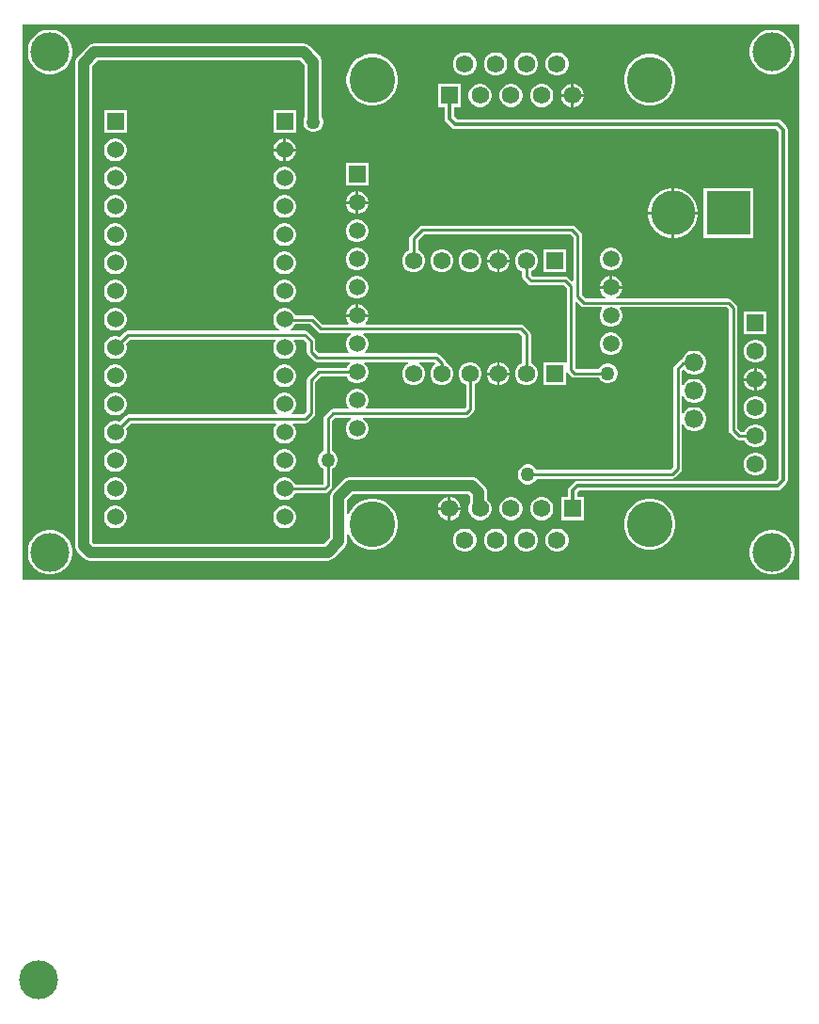
<source format=gbl>
G04*
G04 #@! TF.GenerationSoftware,Altium Limited,Altium Designer,22.8.2 (66)*
G04*
G04 Layer_Physical_Order=2*
G04 Layer_Color=16711680*
%FSLAX42Y42*%
%MOMM*%
G71*
G04*
G04 #@! TF.SameCoordinates,E2F3CAA6-EC45-4DAB-9F52-99892A173F59*
G04*
G04*
G04 #@! TF.FilePolarity,Positive*
G04*
G01*
G75*
%ADD13C,0.25*%
%ADD33C,0.35*%
%ADD34C,1.00*%
%ADD35R,1.56X1.56*%
%ADD36C,1.56*%
%ADD37C,1.51*%
%ADD38R,1.51X1.51*%
%ADD39C,4.00*%
%ADD40R,4.00X4.00*%
%ADD41C,4.12*%
%ADD42R,1.58X1.58*%
%ADD43C,1.58*%
%ADD44C,1.53*%
%ADD45R,1.53X1.53*%
%ADD46C,3.50*%
%ADD47R,1.56X1.56*%
%ADD48C,1.68*%
%ADD49C,1.27*%
G36*
X7000D02*
X0D01*
Y5000D01*
X7000D01*
Y0D01*
D02*
G37*
%LPC*%
G36*
X6770Y4950D02*
X6730D01*
X6692Y4943D01*
X6655Y4928D01*
X6622Y4906D01*
X6594Y4878D01*
X6572Y4845D01*
X6557Y4808D01*
X6550Y4770D01*
Y4730D01*
X6557Y4692D01*
X6572Y4655D01*
X6594Y4622D01*
X6622Y4594D01*
X6655Y4572D01*
X6692Y4557D01*
X6730Y4550D01*
X6770D01*
X6808Y4557D01*
X6845Y4572D01*
X6878Y4594D01*
X6906Y4622D01*
X6928Y4655D01*
X6943Y4692D01*
X6950Y4730D01*
Y4770D01*
X6943Y4808D01*
X6928Y4845D01*
X6906Y4878D01*
X6878Y4906D01*
X6845Y4928D01*
X6808Y4943D01*
X6770Y4950D01*
D02*
G37*
G36*
X270D02*
X230D01*
X192Y4943D01*
X155Y4928D01*
X122Y4906D01*
X94Y4878D01*
X72Y4845D01*
X57Y4808D01*
X50Y4770D01*
Y4730D01*
X57Y4692D01*
X72Y4655D01*
X94Y4622D01*
X122Y4594D01*
X155Y4572D01*
X192Y4557D01*
X230Y4550D01*
X270D01*
X308Y4557D01*
X345Y4572D01*
X378Y4594D01*
X406Y4622D01*
X428Y4655D01*
X443Y4692D01*
X450Y4730D01*
Y4770D01*
X443Y4808D01*
X428Y4845D01*
X406Y4878D01*
X378Y4906D01*
X345Y4928D01*
X308Y4943D01*
X270Y4950D01*
D02*
G37*
G36*
X4829Y4746D02*
X4802D01*
X4775Y4739D01*
X4752Y4725D01*
X4732Y4706D01*
X4718Y4682D01*
X4711Y4656D01*
Y4628D01*
X4718Y4602D01*
X4732Y4578D01*
X4752Y4559D01*
X4775Y4545D01*
X4802Y4538D01*
X4829D01*
X4856Y4545D01*
X4879Y4559D01*
X4899Y4578D01*
X4913Y4602D01*
X4920Y4628D01*
Y4656D01*
X4913Y4682D01*
X4899Y4706D01*
X4879Y4725D01*
X4856Y4739D01*
X4829Y4746D01*
D02*
G37*
G36*
X4552D02*
X4525D01*
X4498Y4739D01*
X4475Y4725D01*
X4455Y4706D01*
X4441Y4682D01*
X4434Y4656D01*
Y4628D01*
X4441Y4602D01*
X4455Y4578D01*
X4475Y4559D01*
X4498Y4545D01*
X4525Y4538D01*
X4552D01*
X4579Y4545D01*
X4602Y4559D01*
X4622Y4578D01*
X4636Y4602D01*
X4643Y4628D01*
Y4656D01*
X4636Y4682D01*
X4622Y4706D01*
X4602Y4725D01*
X4579Y4739D01*
X4552Y4746D01*
D02*
G37*
G36*
X4275D02*
X4248D01*
X4221Y4739D01*
X4198Y4725D01*
X4178Y4706D01*
X4164Y4682D01*
X4157Y4656D01*
Y4628D01*
X4164Y4602D01*
X4178Y4578D01*
X4198Y4559D01*
X4221Y4545D01*
X4248Y4538D01*
X4275D01*
X4302Y4545D01*
X4325Y4559D01*
X4345Y4578D01*
X4359Y4602D01*
X4366Y4628D01*
Y4656D01*
X4359Y4682D01*
X4345Y4706D01*
X4325Y4725D01*
X4302Y4739D01*
X4275Y4746D01*
D02*
G37*
G36*
X3998D02*
X3971D01*
X3944Y4739D01*
X3921Y4725D01*
X3901Y4706D01*
X3887Y4682D01*
X3880Y4656D01*
Y4628D01*
X3887Y4602D01*
X3901Y4578D01*
X3921Y4559D01*
X3944Y4545D01*
X3971Y4538D01*
X3998D01*
X4025Y4545D01*
X4048Y4559D01*
X4068Y4578D01*
X4082Y4602D01*
X4089Y4628D01*
Y4656D01*
X4082Y4682D01*
X4068Y4706D01*
X4048Y4725D01*
X4025Y4739D01*
X3998Y4746D01*
D02*
G37*
G36*
X4968Y4462D02*
X4967D01*
Y4371D01*
X5058D01*
Y4372D01*
X5051Y4398D01*
X5037Y4422D01*
X5018Y4441D01*
X4994Y4455D01*
X4968Y4462D01*
D02*
G37*
G36*
X4941D02*
X4940D01*
X4914Y4455D01*
X4890Y4441D01*
X4871Y4422D01*
X4857Y4398D01*
X4850Y4372D01*
Y4371D01*
X4941D01*
Y4462D01*
D02*
G37*
G36*
X5672Y4731D02*
X5627D01*
X5582Y4722D01*
X5540Y4705D01*
X5502Y4680D01*
X5470Y4647D01*
X5445Y4610D01*
X5427Y4567D01*
X5418Y4523D01*
Y4477D01*
X5427Y4433D01*
X5445Y4390D01*
X5470Y4353D01*
X5502Y4320D01*
X5540Y4295D01*
X5582Y4278D01*
X5627Y4269D01*
X5672D01*
X5717Y4278D01*
X5759Y4295D01*
X5797Y4320D01*
X5829Y4353D01*
X5854Y4390D01*
X5872Y4433D01*
X5881Y4477D01*
Y4523D01*
X5872Y4567D01*
X5854Y4610D01*
X5829Y4647D01*
X5797Y4680D01*
X5759Y4705D01*
X5717Y4722D01*
X5672Y4731D01*
D02*
G37*
G36*
X3173D02*
X3128D01*
X3083Y4722D01*
X3041Y4705D01*
X3003Y4680D01*
X2971Y4647D01*
X2946Y4610D01*
X2928Y4567D01*
X2919Y4523D01*
Y4477D01*
X2928Y4433D01*
X2946Y4390D01*
X2971Y4353D01*
X3003Y4320D01*
X3041Y4295D01*
X3083Y4278D01*
X3128Y4269D01*
X3173D01*
X3218Y4278D01*
X3260Y4295D01*
X3298Y4320D01*
X3330Y4353D01*
X3355Y4390D01*
X3373Y4433D01*
X3382Y4477D01*
Y4523D01*
X3373Y4567D01*
X3355Y4610D01*
X3330Y4647D01*
X3298Y4680D01*
X3260Y4705D01*
X3218Y4722D01*
X3173Y4731D01*
D02*
G37*
G36*
X5058Y4345D02*
X4967D01*
Y4254D01*
X4968D01*
X4994Y4261D01*
X5018Y4275D01*
X5037Y4294D01*
X5051Y4318D01*
X5058Y4344D01*
Y4345D01*
D02*
G37*
G36*
X4941D02*
X4850D01*
Y4344D01*
X4857Y4318D01*
X4871Y4294D01*
X4890Y4275D01*
X4914Y4261D01*
X4940Y4254D01*
X4941D01*
Y4345D01*
D02*
G37*
G36*
X4691Y4462D02*
X4663D01*
X4637Y4455D01*
X4613Y4441D01*
X4594Y4422D01*
X4580Y4398D01*
X4573Y4372D01*
Y4344D01*
X4580Y4318D01*
X4594Y4294D01*
X4613Y4275D01*
X4637Y4261D01*
X4663Y4254D01*
X4691D01*
X4717Y4261D01*
X4741Y4275D01*
X4760Y4294D01*
X4774Y4318D01*
X4781Y4344D01*
Y4372D01*
X4774Y4398D01*
X4760Y4422D01*
X4741Y4441D01*
X4717Y4455D01*
X4691Y4462D01*
D02*
G37*
G36*
X4414D02*
X4386D01*
X4360Y4455D01*
X4336Y4441D01*
X4317Y4422D01*
X4303Y4398D01*
X4296Y4372D01*
Y4344D01*
X4303Y4318D01*
X4317Y4294D01*
X4336Y4275D01*
X4360Y4261D01*
X4386Y4254D01*
X4414D01*
X4440Y4261D01*
X4464Y4275D01*
X4483Y4294D01*
X4497Y4318D01*
X4504Y4344D01*
Y4372D01*
X4497Y4398D01*
X4483Y4422D01*
X4464Y4441D01*
X4440Y4455D01*
X4414Y4462D01*
D02*
G37*
G36*
X4137D02*
X4109D01*
X4083Y4455D01*
X4059Y4441D01*
X4040Y4422D01*
X4026Y4398D01*
X4019Y4372D01*
Y4344D01*
X4026Y4318D01*
X4040Y4294D01*
X4059Y4275D01*
X4083Y4261D01*
X4109Y4254D01*
X4137D01*
X4163Y4261D01*
X4187Y4275D01*
X4206Y4294D01*
X4220Y4318D01*
X4227Y4344D01*
Y4372D01*
X4220Y4398D01*
X4206Y4422D01*
X4187Y4441D01*
X4163Y4455D01*
X4137Y4462D01*
D02*
G37*
G36*
X2530Y4826D02*
X650D01*
X630Y4823D01*
X620Y4819D01*
X612Y4816D01*
X596Y4804D01*
X496Y4704D01*
X484Y4688D01*
X477Y4670D01*
X474Y4650D01*
Y309D01*
X477Y289D01*
X484Y271D01*
X496Y255D01*
X555Y196D01*
X571Y184D01*
X578Y181D01*
X589Y177D01*
X609Y174D01*
X2750D01*
X2770Y177D01*
X2788Y184D01*
X2804Y196D01*
X2904Y296D01*
X2916Y312D01*
X2923Y330D01*
X2926Y350D01*
Y405D01*
X2939Y407D01*
X2946Y390D01*
X2971Y353D01*
X3003Y320D01*
X3041Y295D01*
X3083Y278D01*
X3128Y269D01*
X3173D01*
X3218Y278D01*
X3260Y295D01*
X3298Y320D01*
X3330Y353D01*
X3355Y390D01*
X3373Y433D01*
X3382Y477D01*
Y523D01*
X3373Y567D01*
X3355Y610D01*
X3330Y647D01*
X3298Y680D01*
X3260Y705D01*
X3218Y722D01*
X3173Y731D01*
X3128D01*
X3083Y722D01*
X3041Y705D01*
X3003Y680D01*
X2971Y647D01*
X2946Y610D01*
X2939Y593D01*
X2926Y595D01*
Y718D01*
X2982Y774D01*
X4018D01*
X4036Y757D01*
Y700D01*
X4026Y682D01*
X4019Y656D01*
Y628D01*
X4026Y602D01*
X4040Y578D01*
X4059Y559D01*
X4083Y545D01*
X4109Y538D01*
X4137D01*
X4163Y545D01*
X4187Y559D01*
X4206Y578D01*
X4220Y602D01*
X4227Y628D01*
Y656D01*
X4220Y682D01*
X4206Y706D01*
X4188Y724D01*
Y788D01*
X4185Y808D01*
X4181Y818D01*
X4178Y826D01*
X4166Y842D01*
X4104Y904D01*
X4088Y916D01*
X4070Y923D01*
X4050Y926D01*
X2950D01*
X2930Y923D01*
X2920Y919D01*
X2912Y916D01*
X2896Y904D01*
X2796Y804D01*
X2784Y788D01*
X2777Y770D01*
X2774Y750D01*
Y382D01*
X2718Y326D01*
X640D01*
X626Y340D01*
Y4618D01*
X682Y4674D01*
X2498D01*
X2544Y4628D01*
Y4166D01*
X2537Y4154D01*
X2531Y4132D01*
Y4108D01*
X2537Y4086D01*
X2549Y4065D01*
X2565Y4049D01*
X2586Y4037D01*
X2608Y4031D01*
X2632D01*
X2654Y4037D01*
X2675Y4049D01*
X2691Y4065D01*
X2703Y4086D01*
X2709Y4108D01*
Y4132D01*
X2703Y4154D01*
X2696Y4166D01*
Y4660D01*
X2693Y4680D01*
X2689Y4690D01*
X2686Y4698D01*
X2674Y4714D01*
X2584Y4804D01*
X2568Y4816D01*
X2550Y4823D01*
X2530Y4826D01*
D02*
G37*
G36*
X2464Y4223D02*
X2260D01*
Y4020D01*
X2464D01*
Y4223D01*
D02*
G37*
G36*
X940D02*
X736D01*
Y4020D01*
X940D01*
Y4223D01*
D02*
G37*
G36*
X2375Y3969D02*
X2375D01*
Y3880D01*
X2464D01*
Y3881D01*
X2457Y3907D01*
X2444Y3930D01*
X2425Y3949D01*
X2401Y3962D01*
X2375Y3969D01*
D02*
G37*
G36*
X2349D02*
X2349D01*
X2323Y3962D01*
X2299Y3949D01*
X2280Y3930D01*
X2267Y3907D01*
X2260Y3881D01*
Y3880D01*
X2349D01*
Y3969D01*
D02*
G37*
G36*
X2464Y3855D02*
X2375D01*
Y3766D01*
X2375D01*
X2401Y3773D01*
X2425Y3786D01*
X2444Y3805D01*
X2457Y3828D01*
X2464Y3854D01*
Y3855D01*
D02*
G37*
G36*
X2349D02*
X2260D01*
Y3854D01*
X2267Y3828D01*
X2280Y3805D01*
X2299Y3786D01*
X2323Y3773D01*
X2349Y3766D01*
X2349D01*
Y3855D01*
D02*
G37*
G36*
X851Y3969D02*
X825D01*
X799Y3962D01*
X775Y3949D01*
X756Y3930D01*
X743Y3907D01*
X736Y3881D01*
Y3854D01*
X743Y3828D01*
X756Y3805D01*
X775Y3786D01*
X799Y3773D01*
X825Y3766D01*
X851D01*
X877Y3773D01*
X901Y3786D01*
X920Y3805D01*
X933Y3828D01*
X940Y3854D01*
Y3881D01*
X933Y3907D01*
X920Y3930D01*
X901Y3949D01*
X877Y3962D01*
X851Y3969D01*
D02*
G37*
G36*
X3115Y3749D02*
X2913D01*
Y3547D01*
X3115D01*
Y3749D01*
D02*
G37*
G36*
X2375Y3715D02*
X2349D01*
X2323Y3708D01*
X2299Y3695D01*
X2280Y3676D01*
X2267Y3653D01*
X2260Y3627D01*
Y3600D01*
X2267Y3574D01*
X2280Y3551D01*
X2299Y3532D01*
X2323Y3519D01*
X2349Y3512D01*
X2375D01*
X2401Y3519D01*
X2425Y3532D01*
X2444Y3551D01*
X2457Y3574D01*
X2464Y3600D01*
Y3627D01*
X2457Y3653D01*
X2444Y3676D01*
X2425Y3695D01*
X2401Y3708D01*
X2375Y3715D01*
D02*
G37*
G36*
X851D02*
X825D01*
X799Y3708D01*
X775Y3695D01*
X756Y3676D01*
X743Y3653D01*
X736Y3627D01*
Y3600D01*
X743Y3574D01*
X756Y3551D01*
X775Y3532D01*
X799Y3519D01*
X825Y3512D01*
X851D01*
X877Y3519D01*
X901Y3532D01*
X920Y3551D01*
X933Y3574D01*
X940Y3600D01*
Y3627D01*
X933Y3653D01*
X920Y3676D01*
X901Y3695D01*
X877Y3708D01*
X851Y3715D01*
D02*
G37*
G36*
X3027Y3495D02*
X3027D01*
Y3407D01*
X3115D01*
Y3407D01*
X3108Y3433D01*
X3095Y3456D01*
X3076Y3475D01*
X3053Y3488D01*
X3027Y3495D01*
D02*
G37*
G36*
X3001D02*
X3001D01*
X2975Y3488D01*
X2952Y3475D01*
X2933Y3456D01*
X2920Y3433D01*
X2913Y3407D01*
Y3407D01*
X3001D01*
Y3495D01*
D02*
G37*
G36*
X5882Y3525D02*
X5873D01*
Y3313D01*
X6085D01*
Y3322D01*
X6077Y3366D01*
X6060Y3407D01*
X6035Y3444D01*
X6004Y3475D01*
X5967Y3500D01*
X5926Y3517D01*
X5882Y3525D01*
D02*
G37*
G36*
X5847D02*
X5838D01*
X5794Y3517D01*
X5753Y3500D01*
X5716Y3475D01*
X5685Y3444D01*
X5660Y3407D01*
X5643Y3366D01*
X5635Y3322D01*
Y3313D01*
X5847D01*
Y3525D01*
D02*
G37*
G36*
X3115Y3381D02*
X3027D01*
Y3293D01*
X3027D01*
X3053Y3300D01*
X3076Y3313D01*
X3095Y3332D01*
X3108Y3355D01*
X3115Y3381D01*
Y3381D01*
D02*
G37*
G36*
X3001D02*
X2913D01*
Y3381D01*
X2920Y3355D01*
X2933Y3332D01*
X2952Y3313D01*
X2975Y3300D01*
X3001Y3293D01*
X3001D01*
Y3381D01*
D02*
G37*
G36*
X2375Y3461D02*
X2349D01*
X2323Y3454D01*
X2299Y3441D01*
X2280Y3422D01*
X2267Y3399D01*
X2260Y3373D01*
Y3346D01*
X2267Y3320D01*
X2280Y3297D01*
X2299Y3278D01*
X2323Y3265D01*
X2349Y3258D01*
X2375D01*
X2401Y3265D01*
X2425Y3278D01*
X2444Y3297D01*
X2457Y3320D01*
X2464Y3346D01*
Y3373D01*
X2457Y3399D01*
X2444Y3422D01*
X2425Y3441D01*
X2401Y3454D01*
X2375Y3461D01*
D02*
G37*
G36*
X851D02*
X825D01*
X799Y3454D01*
X775Y3441D01*
X756Y3422D01*
X743Y3399D01*
X736Y3373D01*
Y3346D01*
X743Y3320D01*
X756Y3297D01*
X775Y3278D01*
X799Y3265D01*
X825Y3258D01*
X851D01*
X877Y3265D01*
X901Y3278D01*
X920Y3297D01*
X933Y3320D01*
X940Y3346D01*
Y3373D01*
X933Y3399D01*
X920Y3422D01*
X901Y3441D01*
X877Y3454D01*
X851Y3461D01*
D02*
G37*
G36*
X6585Y3525D02*
X6135D01*
Y3075D01*
X6585D01*
Y3525D01*
D02*
G37*
G36*
X6085Y3287D02*
X5873D01*
Y3075D01*
X5882D01*
X5926Y3083D01*
X5967Y3100D01*
X6004Y3125D01*
X6035Y3156D01*
X6060Y3193D01*
X6077Y3234D01*
X6085Y3278D01*
Y3287D01*
D02*
G37*
G36*
X5847D02*
X5635D01*
Y3278D01*
X5643Y3234D01*
X5660Y3193D01*
X5685Y3156D01*
X5716Y3125D01*
X5753Y3100D01*
X5794Y3083D01*
X5838Y3075D01*
X5847D01*
Y3287D01*
D02*
G37*
G36*
X3027Y3241D02*
X3001D01*
X2975Y3234D01*
X2952Y3221D01*
X2933Y3202D01*
X2920Y3179D01*
X2913Y3153D01*
Y3127D01*
X2920Y3101D01*
X2933Y3078D01*
X2952Y3059D01*
X2975Y3046D01*
X3001Y3039D01*
X3027D01*
X3053Y3046D01*
X3076Y3059D01*
X3095Y3078D01*
X3108Y3101D01*
X3115Y3127D01*
Y3153D01*
X3108Y3179D01*
X3095Y3202D01*
X3076Y3221D01*
X3053Y3234D01*
X3027Y3241D01*
D02*
G37*
G36*
X2375Y3207D02*
X2349D01*
X2323Y3200D01*
X2299Y3187D01*
X2280Y3168D01*
X2267Y3145D01*
X2260Y3119D01*
Y3092D01*
X2267Y3066D01*
X2280Y3043D01*
X2299Y3024D01*
X2323Y3011D01*
X2349Y3004D01*
X2375D01*
X2401Y3011D01*
X2425Y3024D01*
X2444Y3043D01*
X2457Y3066D01*
X2464Y3092D01*
Y3119D01*
X2457Y3145D01*
X2444Y3168D01*
X2425Y3187D01*
X2401Y3200D01*
X2375Y3207D01*
D02*
G37*
G36*
X851D02*
X825D01*
X799Y3200D01*
X775Y3187D01*
X756Y3168D01*
X743Y3145D01*
X736Y3119D01*
Y3092D01*
X743Y3066D01*
X756Y3043D01*
X775Y3024D01*
X799Y3011D01*
X825Y3004D01*
X851D01*
X877Y3011D01*
X901Y3024D01*
X920Y3043D01*
X933Y3066D01*
X940Y3092D01*
Y3119D01*
X933Y3145D01*
X920Y3168D01*
X901Y3187D01*
X877Y3200D01*
X851Y3207D01*
D02*
G37*
G36*
X4300Y2975D02*
X4299D01*
Y2884D01*
X4390D01*
Y2885D01*
X4383Y2911D01*
X4369Y2935D01*
X4350Y2954D01*
X4327Y2968D01*
X4300Y2975D01*
D02*
G37*
G36*
X4274D02*
X4273D01*
X4247Y2968D01*
X4223Y2954D01*
X4204Y2935D01*
X4190Y2911D01*
X4183Y2885D01*
Y2884D01*
X4274D01*
Y2975D01*
D02*
G37*
G36*
X5313Y2987D02*
X5287D01*
X5261Y2980D01*
X5238Y2967D01*
X5219Y2948D01*
X5206Y2925D01*
X5199Y2899D01*
Y2873D01*
X5206Y2847D01*
X5219Y2824D01*
X5238Y2805D01*
X5261Y2792D01*
X5287Y2785D01*
X5313D01*
X5339Y2792D01*
X5362Y2805D01*
X5381Y2824D01*
X5394Y2847D01*
X5401Y2873D01*
Y2899D01*
X5394Y2925D01*
X5381Y2948D01*
X5362Y2967D01*
X5339Y2980D01*
X5313Y2987D01*
D02*
G37*
G36*
X3027D02*
X3001D01*
X2975Y2980D01*
X2952Y2967D01*
X2933Y2948D01*
X2920Y2925D01*
X2913Y2899D01*
Y2873D01*
X2920Y2847D01*
X2933Y2824D01*
X2952Y2805D01*
X2975Y2792D01*
X3001Y2785D01*
X3027D01*
X3053Y2792D01*
X3076Y2805D01*
X3095Y2824D01*
X3108Y2847D01*
X3115Y2873D01*
Y2899D01*
X3108Y2925D01*
X3095Y2948D01*
X3076Y2967D01*
X3053Y2980D01*
X3027Y2987D01*
D02*
G37*
G36*
X4898Y2975D02*
X4691D01*
Y2768D01*
X4898D01*
Y2975D01*
D02*
G37*
G36*
X4390Y2859D02*
X4299D01*
Y2768D01*
X4300D01*
X4327Y2775D01*
X4350Y2789D01*
X4369Y2808D01*
X4383Y2831D01*
X4390Y2858D01*
Y2859D01*
D02*
G37*
G36*
X4274D02*
X4183D01*
Y2858D01*
X4190Y2831D01*
X4204Y2808D01*
X4223Y2789D01*
X4247Y2775D01*
X4273Y2768D01*
X4274D01*
Y2859D01*
D02*
G37*
G36*
X4046Y2975D02*
X4019D01*
X3993Y2968D01*
X3969Y2954D01*
X3950Y2935D01*
X3936Y2911D01*
X3929Y2885D01*
Y2858D01*
X3936Y2831D01*
X3950Y2808D01*
X3969Y2789D01*
X3993Y2775D01*
X4019Y2768D01*
X4046D01*
X4073Y2775D01*
X4096Y2789D01*
X4115Y2808D01*
X4129Y2831D01*
X4136Y2858D01*
Y2885D01*
X4129Y2911D01*
X4115Y2935D01*
X4096Y2954D01*
X4073Y2968D01*
X4046Y2975D01*
D02*
G37*
G36*
X3792D02*
X3765D01*
X3739Y2968D01*
X3715Y2954D01*
X3696Y2935D01*
X3682Y2911D01*
X3675Y2885D01*
Y2858D01*
X3682Y2831D01*
X3696Y2808D01*
X3715Y2789D01*
X3739Y2775D01*
X3765Y2768D01*
X3792D01*
X3819Y2775D01*
X3842Y2789D01*
X3861Y2808D01*
X3875Y2831D01*
X3882Y2858D01*
Y2885D01*
X3875Y2911D01*
X3861Y2935D01*
X3842Y2954D01*
X3819Y2968D01*
X3792Y2975D01*
D02*
G37*
G36*
X2375Y2953D02*
X2349D01*
X2323Y2946D01*
X2299Y2933D01*
X2280Y2914D01*
X2267Y2891D01*
X2260Y2865D01*
Y2838D01*
X2267Y2812D01*
X2280Y2789D01*
X2299Y2770D01*
X2323Y2757D01*
X2349Y2750D01*
X2375D01*
X2401Y2757D01*
X2425Y2770D01*
X2444Y2789D01*
X2457Y2812D01*
X2464Y2838D01*
Y2865D01*
X2457Y2891D01*
X2444Y2914D01*
X2425Y2933D01*
X2401Y2946D01*
X2375Y2953D01*
D02*
G37*
G36*
X851D02*
X825D01*
X799Y2946D01*
X775Y2933D01*
X756Y2914D01*
X743Y2891D01*
X736Y2865D01*
Y2838D01*
X743Y2812D01*
X756Y2789D01*
X775Y2770D01*
X799Y2757D01*
X825Y2750D01*
X851D01*
X877Y2757D01*
X901Y2770D01*
X920Y2789D01*
X933Y2812D01*
X940Y2838D01*
Y2865D01*
X933Y2891D01*
X920Y2914D01*
X901Y2933D01*
X877Y2946D01*
X851Y2953D01*
D02*
G37*
G36*
X4950Y3189D02*
X3600D01*
X3585Y3186D01*
X3573Y3177D01*
X3497Y3102D01*
X3489Y3089D01*
X3486Y3075D01*
Y2968D01*
X3485Y2968D01*
X3461Y2954D01*
X3442Y2935D01*
X3428Y2911D01*
X3421Y2885D01*
Y2858D01*
X3428Y2831D01*
X3442Y2808D01*
X3461Y2789D01*
X3485Y2775D01*
X3511Y2768D01*
X3538D01*
X3565Y2775D01*
X3588Y2789D01*
X3607Y2808D01*
X3621Y2831D01*
X3628Y2858D01*
Y2885D01*
X3621Y2911D01*
X3607Y2935D01*
X3588Y2954D01*
X3565Y2968D01*
X3563Y2968D01*
Y3059D01*
X3616Y3111D01*
X4934D01*
X4961Y3084D01*
Y2690D01*
X4949Y2686D01*
X4917Y2717D01*
X4905Y2726D01*
X4890Y2729D01*
X4596D01*
X4579Y2746D01*
Y2775D01*
X4581Y2775D01*
X4604Y2789D01*
X4623Y2808D01*
X4637Y2831D01*
X4644Y2858D01*
Y2885D01*
X4637Y2911D01*
X4623Y2935D01*
X4604Y2954D01*
X4581Y2968D01*
X4554Y2975D01*
X4527D01*
X4501Y2968D01*
X4477Y2954D01*
X4458Y2935D01*
X4444Y2911D01*
X4437Y2885D01*
Y2858D01*
X4444Y2831D01*
X4458Y2808D01*
X4477Y2789D01*
X4501Y2775D01*
X4501Y2775D01*
Y2730D01*
X4504Y2715D01*
X4513Y2703D01*
X4553Y2663D01*
X4565Y2654D01*
X4580Y2651D01*
X4874D01*
X4901Y2624D01*
Y1970D01*
X4898Y1959D01*
X4888Y1959D01*
X4691D01*
Y1752D01*
X4898D01*
Y1861D01*
X4911Y1865D01*
X4913Y1863D01*
X4943Y1833D01*
X4955Y1824D01*
X4970Y1821D01*
X5190D01*
X5199Y1805D01*
X5215Y1789D01*
X5236Y1777D01*
X5258Y1771D01*
X5282D01*
X5304Y1777D01*
X5325Y1789D01*
X5341Y1805D01*
X5353Y1826D01*
X5359Y1848D01*
Y1872D01*
X5353Y1894D01*
X5341Y1915D01*
X5325Y1931D01*
X5304Y1943D01*
X5282Y1949D01*
X5258D01*
X5236Y1943D01*
X5215Y1931D01*
X5199Y1915D01*
X5190Y1899D01*
X4986D01*
X4979Y1906D01*
Y2500D01*
X4991Y2504D01*
X5031Y2464D01*
X5044Y2456D01*
X5058Y2453D01*
X5216D01*
X5220Y2441D01*
X5219Y2440D01*
X5206Y2417D01*
X5199Y2391D01*
Y2365D01*
X5206Y2339D01*
X5219Y2316D01*
X5238Y2297D01*
X5261Y2284D01*
X5287Y2277D01*
X5313D01*
X5339Y2284D01*
X5362Y2297D01*
X5381Y2316D01*
X5394Y2339D01*
X5401Y2365D01*
Y2391D01*
X5394Y2417D01*
X5381Y2440D01*
X5380Y2441D01*
X5384Y2453D01*
X6342D01*
X6361Y2434D01*
Y1350D01*
X6364Y1335D01*
X6373Y1323D01*
X6427Y1269D01*
X6439Y1260D01*
X6454Y1257D01*
X6503D01*
X6504Y1256D01*
X6517Y1233D01*
X6537Y1213D01*
X6560Y1200D01*
X6586Y1193D01*
X6614D01*
X6640Y1200D01*
X6663Y1213D01*
X6683Y1233D01*
X6696Y1256D01*
X6703Y1282D01*
Y1310D01*
X6696Y1336D01*
X6683Y1359D01*
X6663Y1379D01*
X6640Y1392D01*
X6614Y1399D01*
X6586D01*
X6560Y1392D01*
X6537Y1379D01*
X6517Y1359D01*
X6504Y1336D01*
X6503Y1335D01*
X6470D01*
X6439Y1366D01*
Y2450D01*
X6436Y2465D01*
X6427Y2477D01*
X6386Y2519D01*
X6373Y2527D01*
X6358Y2530D01*
X5351D01*
X5348Y2543D01*
X5362Y2551D01*
X5381Y2570D01*
X5394Y2593D01*
X5401Y2619D01*
Y2619D01*
X5300D01*
X5199D01*
Y2619D01*
X5206Y2593D01*
X5219Y2570D01*
X5238Y2551D01*
X5252Y2543D01*
X5249Y2530D01*
X5075D01*
X5039Y2566D01*
Y3100D01*
X5036Y3115D01*
X5027Y3127D01*
X4977Y3177D01*
X4965Y3186D01*
X4950Y3189D01*
D02*
G37*
G36*
X5313Y2733D02*
X5313D01*
Y2645D01*
X5401D01*
Y2645D01*
X5394Y2671D01*
X5381Y2694D01*
X5362Y2713D01*
X5339Y2726D01*
X5313Y2733D01*
D02*
G37*
G36*
X5287D02*
X5287D01*
X5261Y2726D01*
X5238Y2713D01*
X5219Y2694D01*
X5206Y2671D01*
X5199Y2645D01*
Y2645D01*
X5287D01*
Y2733D01*
D02*
G37*
G36*
X3027D02*
X3001D01*
X2975Y2726D01*
X2952Y2713D01*
X2933Y2694D01*
X2920Y2671D01*
X2913Y2645D01*
Y2619D01*
X2920Y2593D01*
X2933Y2570D01*
X2952Y2551D01*
X2975Y2538D01*
X3001Y2531D01*
X3027D01*
X3053Y2538D01*
X3076Y2551D01*
X3095Y2570D01*
X3108Y2593D01*
X3115Y2619D01*
Y2645D01*
X3108Y2671D01*
X3095Y2694D01*
X3076Y2713D01*
X3053Y2726D01*
X3027Y2733D01*
D02*
G37*
G36*
X2375Y2699D02*
X2349D01*
X2323Y2692D01*
X2299Y2679D01*
X2280Y2660D01*
X2267Y2637D01*
X2260Y2611D01*
Y2584D01*
X2267Y2558D01*
X2280Y2535D01*
X2299Y2516D01*
X2323Y2503D01*
X2349Y2496D01*
X2375D01*
X2401Y2503D01*
X2425Y2516D01*
X2444Y2535D01*
X2457Y2558D01*
X2464Y2584D01*
Y2611D01*
X2457Y2637D01*
X2444Y2660D01*
X2425Y2679D01*
X2401Y2692D01*
X2375Y2699D01*
D02*
G37*
G36*
X851D02*
X825D01*
X799Y2692D01*
X775Y2679D01*
X756Y2660D01*
X743Y2637D01*
X736Y2611D01*
Y2584D01*
X743Y2558D01*
X756Y2535D01*
X775Y2516D01*
X799Y2503D01*
X825Y2496D01*
X851D01*
X877Y2503D01*
X901Y2516D01*
X920Y2535D01*
X933Y2558D01*
X940Y2584D01*
Y2611D01*
X933Y2637D01*
X920Y2660D01*
X901Y2679D01*
X877Y2692D01*
X851Y2699D01*
D02*
G37*
G36*
X3027Y2479D02*
X3027D01*
Y2391D01*
X3115D01*
Y2391D01*
X3108Y2417D01*
X3095Y2440D01*
X3076Y2459D01*
X3053Y2472D01*
X3027Y2479D01*
D02*
G37*
G36*
X3001D02*
X3001D01*
X2975Y2472D01*
X2952Y2459D01*
X2933Y2440D01*
X2920Y2417D01*
X2913Y2391D01*
Y2391D01*
X3001D01*
Y2479D01*
D02*
G37*
G36*
X851Y2445D02*
X825D01*
X799Y2438D01*
X775Y2425D01*
X756Y2406D01*
X743Y2383D01*
X736Y2357D01*
Y2330D01*
X743Y2304D01*
X756Y2281D01*
X775Y2262D01*
X799Y2249D01*
X825Y2242D01*
X851D01*
X877Y2249D01*
X901Y2262D01*
X920Y2281D01*
X933Y2304D01*
X940Y2330D01*
Y2357D01*
X933Y2383D01*
X920Y2406D01*
X901Y2425D01*
X877Y2438D01*
X851Y2445D01*
D02*
G37*
G36*
X6703Y2415D02*
X6497D01*
Y2209D01*
X6703D01*
Y2415D01*
D02*
G37*
G36*
X5313Y2225D02*
X5287D01*
X5261Y2218D01*
X5238Y2205D01*
X5219Y2186D01*
X5206Y2163D01*
X5199Y2137D01*
Y2111D01*
X5206Y2085D01*
X5219Y2062D01*
X5238Y2043D01*
X5261Y2030D01*
X5287Y2023D01*
X5313D01*
X5339Y2030D01*
X5362Y2043D01*
X5381Y2062D01*
X5394Y2085D01*
X5401Y2111D01*
Y2137D01*
X5394Y2163D01*
X5381Y2186D01*
X5362Y2205D01*
X5339Y2218D01*
X5313Y2225D01*
D02*
G37*
G36*
X6614Y2161D02*
X6586D01*
X6560Y2154D01*
X6537Y2141D01*
X6517Y2121D01*
X6504Y2098D01*
X6497Y2072D01*
Y2044D01*
X6504Y2018D01*
X6517Y1995D01*
X6537Y1975D01*
X6560Y1962D01*
X6586Y1955D01*
X6614D01*
X6640Y1962D01*
X6663Y1975D01*
X6683Y1995D01*
X6696Y2018D01*
X6703Y2044D01*
Y2072D01*
X6696Y2098D01*
X6683Y2121D01*
X6663Y2141D01*
X6640Y2154D01*
X6614Y2161D01*
D02*
G37*
G36*
X4300Y1959D02*
X4299D01*
Y1868D01*
X4390D01*
Y1869D01*
X4383Y1895D01*
X4369Y1919D01*
X4350Y1938D01*
X4327Y1952D01*
X4300Y1959D01*
D02*
G37*
G36*
X4274D02*
X4273D01*
X4247Y1952D01*
X4223Y1938D01*
X4204Y1919D01*
X4190Y1895D01*
X4183Y1869D01*
Y1868D01*
X4274D01*
Y1959D01*
D02*
G37*
G36*
X6064Y2063D02*
X6036D01*
X6008Y2056D01*
X5983Y2041D01*
X5963Y2021D01*
X5948Y1996D01*
X5946Y1988D01*
X5935Y1986D01*
X5923Y1977D01*
X5873Y1927D01*
X5864Y1915D01*
X5861Y1900D01*
Y1016D01*
X5834Y989D01*
X4630D01*
X4621Y1005D01*
X4605Y1021D01*
X4584Y1033D01*
X4562Y1039D01*
X4538D01*
X4516Y1033D01*
X4495Y1021D01*
X4479Y1005D01*
X4467Y984D01*
X4461Y962D01*
Y938D01*
X4467Y916D01*
X4479Y895D01*
X4495Y879D01*
X4516Y867D01*
X4538Y861D01*
X4562D01*
X4584Y867D01*
X4605Y879D01*
X4621Y895D01*
X4630Y911D01*
X5850D01*
X5865Y914D01*
X5877Y923D01*
X5927Y973D01*
X5936Y985D01*
X5939Y1000D01*
Y1395D01*
X5952Y1398D01*
X5963Y1379D01*
X5983Y1359D01*
X6008Y1344D01*
X6036Y1337D01*
X6064D01*
X6092Y1344D01*
X6117Y1359D01*
X6137Y1379D01*
X6152Y1404D01*
X6159Y1432D01*
Y1460D01*
X6152Y1488D01*
X6137Y1513D01*
X6117Y1533D01*
X6092Y1548D01*
X6064Y1555D01*
X6036D01*
X6008Y1548D01*
X5983Y1533D01*
X5963Y1513D01*
X5952Y1494D01*
X5939Y1497D01*
Y1649D01*
X5952Y1652D01*
X5963Y1633D01*
X5983Y1613D01*
X6008Y1598D01*
X6036Y1591D01*
X6064D01*
X6092Y1598D01*
X6117Y1613D01*
X6137Y1633D01*
X6152Y1658D01*
X6159Y1686D01*
Y1714D01*
X6152Y1742D01*
X6137Y1767D01*
X6117Y1787D01*
X6092Y1802D01*
X6064Y1809D01*
X6036D01*
X6008Y1802D01*
X5983Y1787D01*
X5963Y1767D01*
X5952Y1748D01*
X5939Y1751D01*
Y1884D01*
X5948Y1893D01*
X5960Y1891D01*
X5963Y1887D01*
X5983Y1867D01*
X6008Y1852D01*
X6036Y1845D01*
X6064D01*
X6092Y1852D01*
X6117Y1867D01*
X6137Y1887D01*
X6152Y1912D01*
X6159Y1940D01*
Y1968D01*
X6152Y1996D01*
X6137Y2021D01*
X6117Y2041D01*
X6092Y2056D01*
X6064Y2063D01*
D02*
G37*
G36*
X6614Y1907D02*
X6613D01*
Y1817D01*
X6703D01*
Y1818D01*
X6696Y1844D01*
X6683Y1867D01*
X6663Y1887D01*
X6640Y1900D01*
X6614Y1907D01*
D02*
G37*
G36*
X6587D02*
X6586D01*
X6560Y1900D01*
X6537Y1887D01*
X6517Y1867D01*
X6504Y1844D01*
X6497Y1818D01*
Y1817D01*
X6587D01*
Y1907D01*
D02*
G37*
G36*
X2375Y2445D02*
X2349D01*
X2323Y2438D01*
X2299Y2425D01*
X2280Y2406D01*
X2267Y2383D01*
X2260Y2357D01*
Y2330D01*
X2267Y2304D01*
X2280Y2281D01*
X2299Y2262D01*
X2310Y2256D01*
X2307Y2243D01*
X953D01*
X938Y2240D01*
X925Y2232D01*
X878Y2184D01*
X877Y2184D01*
X851Y2191D01*
X825D01*
X799Y2184D01*
X775Y2171D01*
X756Y2152D01*
X743Y2129D01*
X736Y2103D01*
Y2076D01*
X743Y2050D01*
X756Y2027D01*
X775Y2008D01*
X799Y1995D01*
X825Y1988D01*
X851D01*
X877Y1995D01*
X901Y2008D01*
X920Y2027D01*
X933Y2050D01*
X940Y2076D01*
Y2103D01*
X933Y2129D01*
X933Y2129D01*
X969Y2165D01*
X2277D01*
X2282Y2154D01*
X2280Y2152D01*
X2267Y2129D01*
X2260Y2103D01*
Y2076D01*
X2267Y2050D01*
X2280Y2027D01*
X2299Y2008D01*
X2323Y1995D01*
X2349Y1988D01*
X2375D01*
X2401Y1995D01*
X2425Y2008D01*
X2444Y2027D01*
X2457Y2050D01*
X2464Y2076D01*
Y2103D01*
X2457Y2129D01*
X2444Y2152D01*
X2442Y2154D01*
X2447Y2165D01*
X2530D01*
X2561Y2134D01*
Y2050D01*
X2564Y2035D01*
X2573Y2023D01*
X2623Y1973D01*
X2635Y1964D01*
X2650Y1961D01*
X2947D01*
X2950Y1948D01*
X2933Y1932D01*
X2920Y1909D01*
X2920Y1909D01*
X2670D01*
X2655Y1906D01*
X2643Y1897D01*
X2573Y1827D01*
X2564Y1815D01*
X2561Y1800D01*
Y1516D01*
X2534Y1489D01*
X2428D01*
X2426Y1502D01*
X2444Y1519D01*
X2457Y1542D01*
X2464Y1568D01*
Y1595D01*
X2457Y1621D01*
X2444Y1644D01*
X2425Y1663D01*
X2401Y1676D01*
X2375Y1683D01*
X2349D01*
X2323Y1676D01*
X2299Y1663D01*
X2280Y1644D01*
X2267Y1621D01*
X2260Y1595D01*
Y1568D01*
X2267Y1542D01*
X2280Y1519D01*
X2298Y1502D01*
X2296Y1489D01*
X960D01*
X946Y1486D01*
X933Y1477D01*
X878Y1422D01*
X877Y1422D01*
X851Y1429D01*
X825D01*
X799Y1422D01*
X775Y1409D01*
X756Y1390D01*
X743Y1367D01*
X736Y1341D01*
Y1314D01*
X743Y1288D01*
X756Y1265D01*
X775Y1246D01*
X799Y1233D01*
X825Y1226D01*
X851D01*
X877Y1233D01*
X901Y1246D01*
X920Y1265D01*
X933Y1288D01*
X940Y1314D01*
Y1341D01*
X933Y1367D01*
X933Y1367D01*
X977Y1411D01*
X2284D01*
X2289Y1398D01*
X2280Y1390D01*
X2267Y1367D01*
X2260Y1341D01*
Y1314D01*
X2267Y1288D01*
X2280Y1265D01*
X2299Y1246D01*
X2323Y1233D01*
X2349Y1226D01*
X2375D01*
X2401Y1233D01*
X2425Y1246D01*
X2444Y1265D01*
X2457Y1288D01*
X2464Y1314D01*
Y1341D01*
X2457Y1367D01*
X2444Y1390D01*
X2435Y1398D01*
X2440Y1411D01*
X2550D01*
X2565Y1414D01*
X2577Y1423D01*
X2627Y1473D01*
X2636Y1485D01*
X2639Y1500D01*
Y1784D01*
X2686Y1831D01*
X2920D01*
X2920Y1831D01*
X2933Y1808D01*
X2952Y1789D01*
X2975Y1776D01*
X3001Y1769D01*
X3027D01*
X3053Y1776D01*
X3076Y1789D01*
X3095Y1808D01*
X3108Y1831D01*
X3115Y1857D01*
Y1883D01*
X3108Y1909D01*
X3095Y1932D01*
X3078Y1948D01*
X3081Y1961D01*
X3476D01*
X3479Y1948D01*
X3461Y1938D01*
X3442Y1919D01*
X3428Y1895D01*
X3421Y1869D01*
Y1842D01*
X3428Y1815D01*
X3442Y1792D01*
X3461Y1773D01*
X3485Y1759D01*
X3511Y1752D01*
X3538D01*
X3565Y1759D01*
X3588Y1773D01*
X3607Y1792D01*
X3621Y1815D01*
X3628Y1842D01*
Y1869D01*
X3621Y1895D01*
X3607Y1919D01*
X3588Y1938D01*
X3570Y1948D01*
X3574Y1961D01*
X3712D01*
X3720Y1953D01*
X3718Y1940D01*
X3715Y1938D01*
X3696Y1919D01*
X3682Y1895D01*
X3675Y1869D01*
Y1842D01*
X3682Y1815D01*
X3696Y1792D01*
X3715Y1773D01*
X3739Y1759D01*
X3765Y1752D01*
X3792D01*
X3819Y1759D01*
X3842Y1773D01*
X3861Y1792D01*
X3875Y1815D01*
X3882Y1842D01*
Y1869D01*
X3875Y1895D01*
X3861Y1919D01*
X3842Y1938D01*
X3819Y1952D01*
X3817Y1952D01*
X3815Y1966D01*
X3806Y1979D01*
X3757Y2027D01*
X3745Y2036D01*
X3730Y2039D01*
X3089D01*
X3084Y2052D01*
X3095Y2062D01*
X3108Y2085D01*
X3115Y2111D01*
Y2137D01*
X3108Y2163D01*
X3095Y2186D01*
X3076Y2205D01*
X3069Y2208D01*
X3073Y2221D01*
X4474D01*
X4502Y2193D01*
Y1952D01*
X4501Y1952D01*
X4477Y1938D01*
X4458Y1919D01*
X4444Y1895D01*
X4437Y1869D01*
Y1842D01*
X4444Y1815D01*
X4458Y1792D01*
X4477Y1773D01*
X4501Y1759D01*
X4527Y1752D01*
X4554D01*
X4581Y1759D01*
X4604Y1773D01*
X4623Y1792D01*
X4637Y1815D01*
X4644Y1842D01*
Y1869D01*
X4637Y1895D01*
X4623Y1919D01*
X4604Y1938D01*
X4581Y1952D01*
X4579Y1952D01*
Y2209D01*
X4577Y2224D01*
X4568Y2237D01*
X4517Y2287D01*
X4505Y2296D01*
X4490Y2299D01*
X3094D01*
X3089Y2311D01*
X3095Y2316D01*
X3108Y2339D01*
X3115Y2365D01*
Y2365D01*
X3014D01*
X2913D01*
Y2365D01*
X2920Y2339D01*
X2933Y2316D01*
X2939Y2311D01*
X2934Y2299D01*
X2706D01*
X2637Y2367D01*
X2625Y2376D01*
X2610Y2379D01*
X2458D01*
X2457Y2383D01*
X2444Y2406D01*
X2425Y2425D01*
X2401Y2438D01*
X2375Y2445D01*
D02*
G37*
G36*
X4390Y1843D02*
X4299D01*
Y1752D01*
X4300D01*
X4327Y1759D01*
X4350Y1773D01*
X4369Y1792D01*
X4383Y1815D01*
X4390Y1842D01*
Y1843D01*
D02*
G37*
G36*
X4274D02*
X4183D01*
Y1842D01*
X4190Y1815D01*
X4204Y1792D01*
X4223Y1773D01*
X4247Y1759D01*
X4273Y1752D01*
X4274D01*
Y1843D01*
D02*
G37*
G36*
X2375Y1937D02*
X2349D01*
X2323Y1930D01*
X2299Y1917D01*
X2280Y1898D01*
X2267Y1875D01*
X2260Y1849D01*
Y1822D01*
X2267Y1796D01*
X2280Y1773D01*
X2299Y1754D01*
X2323Y1741D01*
X2349Y1734D01*
X2375D01*
X2401Y1741D01*
X2425Y1754D01*
X2444Y1773D01*
X2457Y1796D01*
X2464Y1822D01*
Y1849D01*
X2457Y1875D01*
X2444Y1898D01*
X2425Y1917D01*
X2401Y1930D01*
X2375Y1937D01*
D02*
G37*
G36*
X851D02*
X825D01*
X799Y1930D01*
X775Y1917D01*
X756Y1898D01*
X743Y1875D01*
X736Y1849D01*
Y1822D01*
X743Y1796D01*
X756Y1773D01*
X775Y1754D01*
X799Y1741D01*
X825Y1734D01*
X851D01*
X877Y1741D01*
X901Y1754D01*
X920Y1773D01*
X933Y1796D01*
X940Y1822D01*
Y1849D01*
X933Y1875D01*
X920Y1898D01*
X901Y1917D01*
X877Y1930D01*
X851Y1937D01*
D02*
G37*
G36*
X6703Y1791D02*
X6613D01*
Y1701D01*
X6614D01*
X6640Y1708D01*
X6663Y1721D01*
X6683Y1741D01*
X6696Y1764D01*
X6703Y1790D01*
Y1791D01*
D02*
G37*
G36*
X6587D02*
X6497D01*
Y1790D01*
X6504Y1764D01*
X6517Y1741D01*
X6537Y1721D01*
X6560Y1708D01*
X6586Y1701D01*
X6587D01*
Y1791D01*
D02*
G37*
G36*
X4046Y1959D02*
X4019D01*
X3993Y1952D01*
X3969Y1938D01*
X3950Y1919D01*
X3936Y1895D01*
X3929Y1869D01*
Y1842D01*
X3936Y1815D01*
X3950Y1792D01*
X3969Y1773D01*
X3993Y1759D01*
X3995Y1758D01*
Y1550D01*
X3984Y1539D01*
X3096D01*
X3091Y1551D01*
X3095Y1554D01*
X3108Y1577D01*
X3115Y1603D01*
Y1629D01*
X3108Y1655D01*
X3095Y1678D01*
X3076Y1697D01*
X3053Y1710D01*
X3027Y1717D01*
X3001D01*
X2975Y1710D01*
X2952Y1697D01*
X2933Y1678D01*
X2920Y1655D01*
X2913Y1629D01*
Y1603D01*
X2920Y1577D01*
X2933Y1554D01*
X2937Y1551D01*
X2932Y1539D01*
X2800D01*
X2785Y1536D01*
X2773Y1527D01*
X2723Y1477D01*
X2714Y1465D01*
X2711Y1450D01*
Y1160D01*
X2695Y1151D01*
X2679Y1135D01*
X2667Y1114D01*
X2661Y1092D01*
Y1068D01*
X2667Y1046D01*
X2679Y1025D01*
X2695Y1009D01*
X2711Y1000D01*
Y866D01*
X2703Y858D01*
X2457D01*
X2457Y859D01*
X2444Y882D01*
X2425Y901D01*
X2401Y914D01*
X2375Y921D01*
X2349D01*
X2323Y914D01*
X2299Y901D01*
X2280Y882D01*
X2267Y859D01*
X2260Y833D01*
Y806D01*
X2267Y780D01*
X2280Y757D01*
X2299Y738D01*
X2323Y725D01*
X2349Y718D01*
X2375D01*
X2401Y725D01*
X2425Y738D01*
X2444Y757D01*
X2457Y780D01*
X2457Y781D01*
X2719D01*
X2734Y784D01*
X2747Y792D01*
X2777Y823D01*
X2786Y835D01*
X2789Y850D01*
Y1000D01*
X2805Y1009D01*
X2821Y1025D01*
X2833Y1046D01*
X2839Y1068D01*
Y1092D01*
X2833Y1114D01*
X2821Y1135D01*
X2805Y1151D01*
X2789Y1160D01*
Y1434D01*
X2816Y1461D01*
X2959D01*
X2962Y1448D01*
X2952Y1443D01*
X2933Y1424D01*
X2920Y1401D01*
X2913Y1375D01*
Y1349D01*
X2920Y1323D01*
X2933Y1300D01*
X2952Y1281D01*
X2975Y1268D01*
X3001Y1261D01*
X3027D01*
X3053Y1268D01*
X3076Y1281D01*
X3095Y1300D01*
X3108Y1323D01*
X3115Y1349D01*
Y1375D01*
X3108Y1401D01*
X3095Y1424D01*
X3076Y1443D01*
X3066Y1448D01*
X3069Y1461D01*
X4000D01*
X4015Y1464D01*
X4027Y1473D01*
X4061Y1506D01*
X4070Y1519D01*
X4073Y1534D01*
Y1759D01*
X4096Y1773D01*
X4115Y1792D01*
X4129Y1815D01*
X4136Y1842D01*
Y1869D01*
X4129Y1895D01*
X4115Y1919D01*
X4096Y1938D01*
X4073Y1952D01*
X4046Y1959D01*
D02*
G37*
G36*
X851Y1683D02*
X825D01*
X799Y1676D01*
X775Y1663D01*
X756Y1644D01*
X743Y1621D01*
X736Y1595D01*
Y1568D01*
X743Y1542D01*
X756Y1519D01*
X775Y1500D01*
X799Y1487D01*
X825Y1480D01*
X851D01*
X877Y1487D01*
X901Y1500D01*
X920Y1519D01*
X933Y1542D01*
X940Y1568D01*
Y1595D01*
X933Y1621D01*
X920Y1644D01*
X901Y1663D01*
X877Y1676D01*
X851Y1683D01*
D02*
G37*
G36*
X6614Y1653D02*
X6586D01*
X6560Y1646D01*
X6537Y1633D01*
X6517Y1613D01*
X6504Y1590D01*
X6497Y1564D01*
Y1536D01*
X6504Y1510D01*
X6517Y1487D01*
X6537Y1467D01*
X6560Y1454D01*
X6586Y1447D01*
X6614D01*
X6640Y1454D01*
X6663Y1467D01*
X6683Y1487D01*
X6696Y1510D01*
X6703Y1536D01*
Y1564D01*
X6696Y1590D01*
X6683Y1613D01*
X6663Y1633D01*
X6640Y1646D01*
X6614Y1653D01*
D02*
G37*
G36*
X2375Y1175D02*
X2349D01*
X2323Y1168D01*
X2299Y1155D01*
X2280Y1136D01*
X2267Y1113D01*
X2260Y1087D01*
Y1060D01*
X2267Y1034D01*
X2280Y1011D01*
X2299Y992D01*
X2323Y979D01*
X2349Y972D01*
X2375D01*
X2401Y979D01*
X2425Y992D01*
X2444Y1011D01*
X2457Y1034D01*
X2464Y1060D01*
Y1087D01*
X2457Y1113D01*
X2444Y1136D01*
X2425Y1155D01*
X2401Y1168D01*
X2375Y1175D01*
D02*
G37*
G36*
X851D02*
X825D01*
X799Y1168D01*
X775Y1155D01*
X756Y1136D01*
X743Y1113D01*
X736Y1087D01*
Y1060D01*
X743Y1034D01*
X756Y1011D01*
X775Y992D01*
X799Y979D01*
X825Y972D01*
X851D01*
X877Y979D01*
X901Y992D01*
X920Y1011D01*
X933Y1034D01*
X940Y1060D01*
Y1087D01*
X933Y1113D01*
X920Y1136D01*
X901Y1155D01*
X877Y1168D01*
X851Y1175D01*
D02*
G37*
G36*
X6614Y1145D02*
X6586D01*
X6560Y1138D01*
X6537Y1125D01*
X6517Y1105D01*
X6504Y1082D01*
X6497Y1056D01*
Y1028D01*
X6504Y1002D01*
X6517Y979D01*
X6537Y959D01*
X6560Y946D01*
X6586Y939D01*
X6614D01*
X6640Y946D01*
X6663Y959D01*
X6683Y979D01*
X6696Y1002D01*
X6703Y1028D01*
Y1056D01*
X6696Y1082D01*
X6683Y1105D01*
X6663Y1125D01*
X6640Y1138D01*
X6614Y1145D01*
D02*
G37*
G36*
X851Y921D02*
X825D01*
X799Y914D01*
X775Y901D01*
X756Y882D01*
X743Y859D01*
X736Y833D01*
Y806D01*
X743Y780D01*
X756Y757D01*
X775Y738D01*
X799Y725D01*
X825Y718D01*
X851D01*
X877Y725D01*
X901Y738D01*
X920Y757D01*
X933Y780D01*
X940Y806D01*
Y833D01*
X933Y859D01*
X920Y882D01*
X901Y901D01*
X877Y914D01*
X851Y921D01*
D02*
G37*
G36*
X3860Y746D02*
X3859D01*
Y655D01*
X3950D01*
Y656D01*
X3943Y682D01*
X3929Y706D01*
X3910Y725D01*
X3886Y739D01*
X3860Y746D01*
D02*
G37*
G36*
X3833D02*
X3832D01*
X3806Y739D01*
X3782Y725D01*
X3763Y706D01*
X3749Y682D01*
X3742Y656D01*
Y655D01*
X3833D01*
Y746D01*
D02*
G37*
G36*
X3950Y4462D02*
X3742D01*
Y4254D01*
X3802D01*
Y4154D01*
X3806Y4137D01*
X3815Y4123D01*
X3869Y4069D01*
X3883Y4060D01*
X3900Y4056D01*
X6782D01*
X6806Y4032D01*
Y918D01*
X6782Y894D01*
X5000D01*
X4983Y890D01*
X4969Y881D01*
X4923Y835D01*
X4914Y821D01*
X4910Y804D01*
Y746D01*
X4850D01*
Y538D01*
X5058D01*
Y746D01*
X4998D01*
Y786D01*
X5018Y806D01*
X6800D01*
X6817Y810D01*
X6831Y819D01*
X6881Y869D01*
X6890Y883D01*
X6894Y900D01*
Y4050D01*
X6890Y4067D01*
X6881Y4081D01*
X6831Y4131D01*
X6817Y4140D01*
X6800Y4144D01*
X3918D01*
X3890Y4172D01*
Y4254D01*
X3950D01*
Y4462D01*
D02*
G37*
G36*
X4691Y746D02*
X4663D01*
X4637Y739D01*
X4613Y725D01*
X4594Y706D01*
X4580Y682D01*
X4573Y656D01*
Y628D01*
X4580Y602D01*
X4594Y578D01*
X4613Y559D01*
X4637Y545D01*
X4663Y538D01*
X4691D01*
X4717Y545D01*
X4741Y559D01*
X4760Y578D01*
X4774Y602D01*
X4781Y628D01*
Y656D01*
X4774Y682D01*
X4760Y706D01*
X4741Y725D01*
X4717Y739D01*
X4691Y746D01*
D02*
G37*
G36*
X4414D02*
X4386D01*
X4360Y739D01*
X4336Y725D01*
X4317Y706D01*
X4303Y682D01*
X4296Y656D01*
Y628D01*
X4303Y602D01*
X4317Y578D01*
X4336Y559D01*
X4360Y545D01*
X4386Y538D01*
X4414D01*
X4440Y545D01*
X4464Y559D01*
X4483Y578D01*
X4497Y602D01*
X4504Y628D01*
Y656D01*
X4497Y682D01*
X4483Y706D01*
X4464Y725D01*
X4440Y739D01*
X4414Y746D01*
D02*
G37*
G36*
X3950Y629D02*
X3859D01*
Y538D01*
X3860D01*
X3886Y545D01*
X3910Y559D01*
X3929Y578D01*
X3943Y602D01*
X3950Y628D01*
Y629D01*
D02*
G37*
G36*
X3833D02*
X3742D01*
Y628D01*
X3749Y602D01*
X3763Y578D01*
X3782Y559D01*
X3806Y545D01*
X3832Y538D01*
X3833D01*
Y629D01*
D02*
G37*
G36*
X2375Y667D02*
X2349D01*
X2323Y660D01*
X2299Y647D01*
X2280Y628D01*
X2267Y605D01*
X2260Y579D01*
Y552D01*
X2267Y526D01*
X2280Y503D01*
X2299Y484D01*
X2323Y471D01*
X2349Y464D01*
X2375D01*
X2401Y471D01*
X2425Y484D01*
X2444Y503D01*
X2457Y526D01*
X2464Y552D01*
Y579D01*
X2457Y605D01*
X2444Y628D01*
X2425Y647D01*
X2401Y660D01*
X2375Y667D01*
D02*
G37*
G36*
X851D02*
X825D01*
X799Y660D01*
X775Y647D01*
X756Y628D01*
X743Y605D01*
X736Y579D01*
Y552D01*
X743Y526D01*
X756Y503D01*
X775Y484D01*
X799Y471D01*
X825Y464D01*
X851D01*
X877Y471D01*
X901Y484D01*
X920Y503D01*
X933Y526D01*
X940Y552D01*
Y579D01*
X933Y605D01*
X920Y628D01*
X901Y647D01*
X877Y660D01*
X851Y667D01*
D02*
G37*
G36*
X5672Y731D02*
X5627D01*
X5582Y722D01*
X5540Y705D01*
X5502Y680D01*
X5470Y647D01*
X5445Y610D01*
X5427Y567D01*
X5418Y523D01*
Y477D01*
X5427Y433D01*
X5445Y390D01*
X5470Y353D01*
X5502Y320D01*
X5540Y295D01*
X5582Y278D01*
X5627Y269D01*
X5672D01*
X5717Y278D01*
X5759Y295D01*
X5797Y320D01*
X5829Y353D01*
X5854Y390D01*
X5872Y433D01*
X5881Y477D01*
Y523D01*
X5872Y567D01*
X5854Y610D01*
X5829Y647D01*
X5797Y680D01*
X5759Y705D01*
X5717Y722D01*
X5672Y731D01*
D02*
G37*
G36*
X4829Y462D02*
X4802D01*
X4775Y455D01*
X4752Y441D01*
X4732Y422D01*
X4718Y398D01*
X4711Y372D01*
Y344D01*
X4718Y318D01*
X4732Y294D01*
X4752Y275D01*
X4775Y261D01*
X4802Y254D01*
X4829D01*
X4856Y261D01*
X4879Y275D01*
X4899Y294D01*
X4913Y318D01*
X4920Y344D01*
Y372D01*
X4913Y398D01*
X4899Y422D01*
X4879Y441D01*
X4856Y455D01*
X4829Y462D01*
D02*
G37*
G36*
X4552D02*
X4525D01*
X4498Y455D01*
X4475Y441D01*
X4455Y422D01*
X4441Y398D01*
X4434Y372D01*
Y344D01*
X4441Y318D01*
X4455Y294D01*
X4475Y275D01*
X4498Y261D01*
X4525Y254D01*
X4552D01*
X4579Y261D01*
X4602Y275D01*
X4622Y294D01*
X4636Y318D01*
X4643Y344D01*
Y372D01*
X4636Y398D01*
X4622Y422D01*
X4602Y441D01*
X4579Y455D01*
X4552Y462D01*
D02*
G37*
G36*
X4275D02*
X4248D01*
X4221Y455D01*
X4198Y441D01*
X4178Y422D01*
X4164Y398D01*
X4157Y372D01*
Y344D01*
X4164Y318D01*
X4178Y294D01*
X4198Y275D01*
X4221Y261D01*
X4248Y254D01*
X4275D01*
X4302Y261D01*
X4325Y275D01*
X4345Y294D01*
X4359Y318D01*
X4366Y344D01*
Y372D01*
X4359Y398D01*
X4345Y422D01*
X4325Y441D01*
X4302Y455D01*
X4275Y462D01*
D02*
G37*
G36*
X3998D02*
X3971D01*
X3944Y455D01*
X3921Y441D01*
X3901Y422D01*
X3887Y398D01*
X3880Y372D01*
Y344D01*
X3887Y318D01*
X3901Y294D01*
X3921Y275D01*
X3944Y261D01*
X3971Y254D01*
X3998D01*
X4025Y261D01*
X4048Y275D01*
X4068Y294D01*
X4082Y318D01*
X4089Y344D01*
Y372D01*
X4082Y398D01*
X4068Y422D01*
X4048Y441D01*
X4025Y455D01*
X3998Y462D01*
D02*
G37*
G36*
X6770Y450D02*
X6730D01*
X6692Y443D01*
X6655Y428D01*
X6622Y406D01*
X6594Y378D01*
X6572Y345D01*
X6557Y308D01*
X6550Y270D01*
Y230D01*
X6557Y192D01*
X6572Y155D01*
X6594Y122D01*
X6622Y94D01*
X6655Y72D01*
X6692Y57D01*
X6730Y50D01*
X6770D01*
X6808Y57D01*
X6845Y72D01*
X6878Y94D01*
X6906Y122D01*
X6928Y155D01*
X6943Y192D01*
X6950Y230D01*
Y270D01*
X6943Y308D01*
X6928Y345D01*
X6906Y378D01*
X6878Y406D01*
X6845Y428D01*
X6808Y443D01*
X6770Y450D01*
D02*
G37*
G36*
X270D02*
X230D01*
X192Y443D01*
X155Y428D01*
X122Y406D01*
X94Y378D01*
X72Y345D01*
X57Y308D01*
X50Y270D01*
Y230D01*
X57Y192D01*
X72Y155D01*
X94Y122D01*
X122Y94D01*
X155Y72D01*
X192Y57D01*
X230Y50D01*
X270D01*
X308Y57D01*
X345Y72D01*
X378Y94D01*
X406Y122D01*
X428Y155D01*
X443Y192D01*
X450Y230D01*
Y270D01*
X443Y308D01*
X428Y345D01*
X406Y378D01*
X378Y406D01*
X345Y428D01*
X308Y443D01*
X270Y450D01*
D02*
G37*
%LPD*%
G36*
X2663Y2233D02*
X2675Y2224D01*
X2690Y2221D01*
X2955D01*
X2959Y2208D01*
X2952Y2205D01*
X2933Y2186D01*
X2920Y2163D01*
X2913Y2137D01*
Y2111D01*
X2920Y2085D01*
X2933Y2062D01*
X2944Y2052D01*
X2939Y2039D01*
X2666D01*
X2639Y2066D01*
Y2150D01*
X2636Y2165D01*
X2627Y2177D01*
X2573Y2232D01*
X2561Y2240D01*
X2546Y2243D01*
X2417D01*
X2414Y2256D01*
X2425Y2262D01*
X2444Y2281D01*
X2455Y2301D01*
X2594D01*
X2663Y2233D01*
D02*
G37*
D13*
X6400Y1350D02*
X6454Y1296D01*
X6600D01*
X6400Y1350D02*
Y2450D01*
X5850Y950D02*
X5900Y1000D01*
X4550Y950D02*
X5850D01*
X5900Y1000D02*
Y1900D01*
X4490Y2260D02*
X4541Y2209D01*
X2690Y2260D02*
X4490D01*
X4541Y1855D02*
Y2209D01*
X2610Y2340D02*
X2690Y2260D01*
X2362Y2343D02*
X2366Y2340D01*
X2610D01*
X4940Y1890D02*
Y2640D01*
X4890Y2690D02*
X4940Y2640D01*
X4580Y2690D02*
X4890D01*
X4540Y2730D02*
Y2871D01*
Y2730D02*
X4580Y2690D01*
X4540Y2871D02*
X4541Y2871D01*
X4940Y1890D02*
X4970Y1860D01*
X5270D01*
X838Y1327D02*
X960Y1450D01*
X2550D01*
X2600Y1500D01*
Y1800D01*
X2670Y1870D01*
X3014D01*
X2719Y819D02*
X2750Y850D01*
Y1080D01*
X2362Y819D02*
X2719D01*
X5058Y2492D02*
X6358D01*
X6400Y2450D01*
X5000Y2550D02*
Y3100D01*
X3600Y3150D02*
X4950D01*
X5000Y3100D01*
X3525Y2871D02*
Y3075D01*
X3600Y3150D01*
X5000Y2550D02*
X5058Y2492D01*
X3779Y1855D02*
Y1951D01*
X2650Y2000D02*
X3730D01*
X3779Y1855D02*
X3784Y1850D01*
X3730Y2000D02*
X3779Y1951D01*
X2546Y2204D02*
X2600Y2150D01*
X838Y2090D02*
X953Y2204D01*
X2546D01*
X2600Y2050D02*
Y2150D01*
Y2050D02*
X2650Y2000D01*
X2800Y1500D02*
X4000D01*
X2750Y1080D02*
Y1450D01*
X2800Y1500D01*
X4034Y1534D02*
Y1846D01*
X4000Y1500D02*
X4034Y1534D01*
Y1846D02*
X4038Y1850D01*
X6046Y1950D02*
X6050Y1954D01*
X5950Y1950D02*
X6046D01*
X5900Y1900D02*
X5950Y1950D01*
D33*
X6850Y900D02*
Y4050D01*
X3900Y4100D02*
X6800D01*
X6850Y4050D01*
X6800Y850D02*
X6850Y900D01*
X5000Y850D02*
X6800D01*
X4954Y804D02*
X5000Y850D01*
X4954Y642D02*
Y804D01*
X3846Y4154D02*
X3900Y4100D01*
X3846Y4154D02*
Y4358D01*
D34*
X650Y4750D02*
X2530D01*
X2620Y4120D02*
Y4660D01*
X2530Y4750D02*
X2620Y4660D01*
X609Y250D02*
X2750D01*
X550Y309D02*
X609Y250D01*
X550Y309D02*
Y4650D01*
X650Y4750D01*
X2750Y250D02*
X2850Y350D01*
Y750D01*
X2950Y850D02*
X4050D01*
X2850Y750D02*
X2950Y850D01*
X4050D02*
X4112Y788D01*
Y653D02*
X4123Y642D01*
X4112Y653D02*
Y788D01*
D35*
X4795Y2871D02*
D03*
Y1855D02*
D03*
D36*
X4287Y2871D02*
D03*
X4033D02*
D03*
X3779D02*
D03*
X3525D02*
D03*
X4541D02*
D03*
Y1855D02*
D03*
X4287D02*
D03*
X4033D02*
D03*
X3779D02*
D03*
X3525D02*
D03*
X6600Y1042D02*
D03*
Y1296D02*
D03*
Y1550D02*
D03*
Y1804D02*
D03*
Y2058D02*
D03*
D37*
X5300Y2124D02*
D03*
Y2378D02*
D03*
Y2632D02*
D03*
Y2886D02*
D03*
X3014Y3394D02*
D03*
Y1362D02*
D03*
Y1616D02*
D03*
Y1870D02*
D03*
Y2124D02*
D03*
Y2378D02*
D03*
Y2632D02*
D03*
Y2886D02*
D03*
Y3140D02*
D03*
D38*
Y3648D02*
D03*
D39*
X5860Y3300D02*
D03*
D40*
X6360D02*
D03*
D41*
X5649Y500D02*
D03*
X3150D02*
D03*
X5649Y4500D02*
D03*
X3150D02*
D03*
D42*
X4954Y642D02*
D03*
X3846Y4358D02*
D03*
D43*
X4815Y358D02*
D03*
X4677Y642D02*
D03*
X4538Y358D02*
D03*
X4400Y642D02*
D03*
X4262Y358D02*
D03*
X4123Y642D02*
D03*
X3985Y358D02*
D03*
X3846Y642D02*
D03*
X4954Y4358D02*
D03*
X4815Y4642D02*
D03*
X4677Y4358D02*
D03*
X4538Y4642D02*
D03*
X4400Y4358D02*
D03*
X4262Y4642D02*
D03*
X4123Y4358D02*
D03*
X3985Y4642D02*
D03*
D44*
X838Y566D02*
D03*
Y819D02*
D03*
Y1073D02*
D03*
Y1327D02*
D03*
Y1581D02*
D03*
Y1835D02*
D03*
Y2090D02*
D03*
Y2343D02*
D03*
Y2598D02*
D03*
Y2851D02*
D03*
Y3106D02*
D03*
Y3360D02*
D03*
Y3613D02*
D03*
Y3867D02*
D03*
X2362Y566D02*
D03*
Y819D02*
D03*
Y1073D02*
D03*
Y1327D02*
D03*
Y1581D02*
D03*
Y1835D02*
D03*
Y2090D02*
D03*
Y2343D02*
D03*
Y2598D02*
D03*
Y2851D02*
D03*
Y3106D02*
D03*
Y3360D02*
D03*
Y3613D02*
D03*
Y3867D02*
D03*
D45*
X838Y4122D02*
D03*
X2362D02*
D03*
D46*
X250Y250D02*
D03*
X6750D02*
D03*
Y4750D02*
D03*
X250D02*
D03*
X150Y-3600D02*
D03*
D47*
X6600Y2312D02*
D03*
D48*
X6050Y1954D02*
D03*
Y1446D02*
D03*
Y1700D02*
D03*
D49*
X2620Y4120D02*
D03*
X5270Y1860D02*
D03*
X2750Y1080D02*
D03*
X4550Y950D02*
D03*
M02*

</source>
